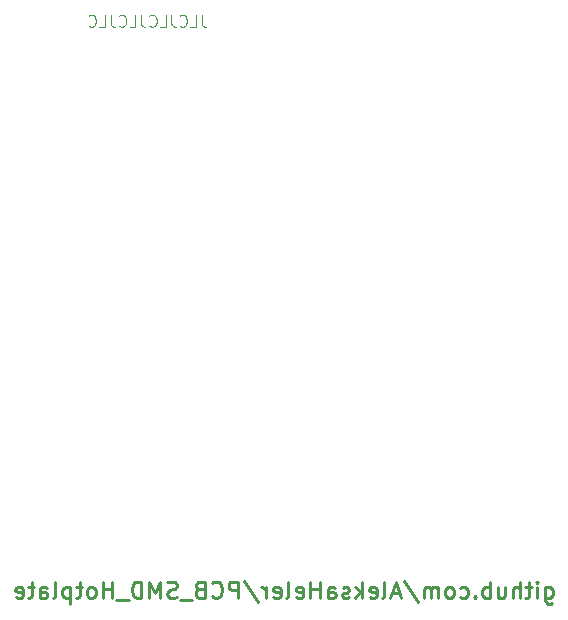
<source format=gbr>
%TF.GenerationSoftware,KiCad,Pcbnew,8.0.1*%
%TF.CreationDate,2024-04-29T10:33:51+02:00*%
%TF.ProjectId,PCB_SMD_Hotplate,5043425f-534d-4445-9f48-6f74706c6174,rev?*%
%TF.SameCoordinates,Original*%
%TF.FileFunction,Legend,Bot*%
%TF.FilePolarity,Positive*%
%FSLAX46Y46*%
G04 Gerber Fmt 4.6, Leading zero omitted, Abs format (unit mm)*
G04 Created by KiCad (PCBNEW 8.0.1) date 2024-04-29 10:33:51*
%MOMM*%
%LPD*%
G01*
G04 APERTURE LIST*
%ADD10C,0.125000*%
%ADD11C,0.280000*%
G04 APERTURE END LIST*
D10*
X138019048Y-63756119D02*
X138019048Y-64470404D01*
X138019048Y-64470404D02*
X138066667Y-64613261D01*
X138066667Y-64613261D02*
X138161905Y-64708500D01*
X138161905Y-64708500D02*
X138304762Y-64756119D01*
X138304762Y-64756119D02*
X138400000Y-64756119D01*
X137066667Y-64756119D02*
X137542857Y-64756119D01*
X137542857Y-64756119D02*
X137542857Y-63756119D01*
X136161905Y-64660880D02*
X136209524Y-64708500D01*
X136209524Y-64708500D02*
X136352381Y-64756119D01*
X136352381Y-64756119D02*
X136447619Y-64756119D01*
X136447619Y-64756119D02*
X136590476Y-64708500D01*
X136590476Y-64708500D02*
X136685714Y-64613261D01*
X136685714Y-64613261D02*
X136733333Y-64518023D01*
X136733333Y-64518023D02*
X136780952Y-64327547D01*
X136780952Y-64327547D02*
X136780952Y-64184690D01*
X136780952Y-64184690D02*
X136733333Y-63994214D01*
X136733333Y-63994214D02*
X136685714Y-63898976D01*
X136685714Y-63898976D02*
X136590476Y-63803738D01*
X136590476Y-63803738D02*
X136447619Y-63756119D01*
X136447619Y-63756119D02*
X136352381Y-63756119D01*
X136352381Y-63756119D02*
X136209524Y-63803738D01*
X136209524Y-63803738D02*
X136161905Y-63851357D01*
X135447619Y-63756119D02*
X135447619Y-64470404D01*
X135447619Y-64470404D02*
X135495238Y-64613261D01*
X135495238Y-64613261D02*
X135590476Y-64708500D01*
X135590476Y-64708500D02*
X135733333Y-64756119D01*
X135733333Y-64756119D02*
X135828571Y-64756119D01*
X134495238Y-64756119D02*
X134971428Y-64756119D01*
X134971428Y-64756119D02*
X134971428Y-63756119D01*
X133590476Y-64660880D02*
X133638095Y-64708500D01*
X133638095Y-64708500D02*
X133780952Y-64756119D01*
X133780952Y-64756119D02*
X133876190Y-64756119D01*
X133876190Y-64756119D02*
X134019047Y-64708500D01*
X134019047Y-64708500D02*
X134114285Y-64613261D01*
X134114285Y-64613261D02*
X134161904Y-64518023D01*
X134161904Y-64518023D02*
X134209523Y-64327547D01*
X134209523Y-64327547D02*
X134209523Y-64184690D01*
X134209523Y-64184690D02*
X134161904Y-63994214D01*
X134161904Y-63994214D02*
X134114285Y-63898976D01*
X134114285Y-63898976D02*
X134019047Y-63803738D01*
X134019047Y-63803738D02*
X133876190Y-63756119D01*
X133876190Y-63756119D02*
X133780952Y-63756119D01*
X133780952Y-63756119D02*
X133638095Y-63803738D01*
X133638095Y-63803738D02*
X133590476Y-63851357D01*
X132876190Y-63756119D02*
X132876190Y-64470404D01*
X132876190Y-64470404D02*
X132923809Y-64613261D01*
X132923809Y-64613261D02*
X133019047Y-64708500D01*
X133019047Y-64708500D02*
X133161904Y-64756119D01*
X133161904Y-64756119D02*
X133257142Y-64756119D01*
X131923809Y-64756119D02*
X132399999Y-64756119D01*
X132399999Y-64756119D02*
X132399999Y-63756119D01*
X131019047Y-64660880D02*
X131066666Y-64708500D01*
X131066666Y-64708500D02*
X131209523Y-64756119D01*
X131209523Y-64756119D02*
X131304761Y-64756119D01*
X131304761Y-64756119D02*
X131447618Y-64708500D01*
X131447618Y-64708500D02*
X131542856Y-64613261D01*
X131542856Y-64613261D02*
X131590475Y-64518023D01*
X131590475Y-64518023D02*
X131638094Y-64327547D01*
X131638094Y-64327547D02*
X131638094Y-64184690D01*
X131638094Y-64184690D02*
X131590475Y-63994214D01*
X131590475Y-63994214D02*
X131542856Y-63898976D01*
X131542856Y-63898976D02*
X131447618Y-63803738D01*
X131447618Y-63803738D02*
X131304761Y-63756119D01*
X131304761Y-63756119D02*
X131209523Y-63756119D01*
X131209523Y-63756119D02*
X131066666Y-63803738D01*
X131066666Y-63803738D02*
X131019047Y-63851357D01*
X130304761Y-63756119D02*
X130304761Y-64470404D01*
X130304761Y-64470404D02*
X130352380Y-64613261D01*
X130352380Y-64613261D02*
X130447618Y-64708500D01*
X130447618Y-64708500D02*
X130590475Y-64756119D01*
X130590475Y-64756119D02*
X130685713Y-64756119D01*
X129352380Y-64756119D02*
X129828570Y-64756119D01*
X129828570Y-64756119D02*
X129828570Y-63756119D01*
X128447618Y-64660880D02*
X128495237Y-64708500D01*
X128495237Y-64708500D02*
X128638094Y-64756119D01*
X128638094Y-64756119D02*
X128733332Y-64756119D01*
X128733332Y-64756119D02*
X128876189Y-64708500D01*
X128876189Y-64708500D02*
X128971427Y-64613261D01*
X128971427Y-64613261D02*
X129019046Y-64518023D01*
X129019046Y-64518023D02*
X129066665Y-64327547D01*
X129066665Y-64327547D02*
X129066665Y-64184690D01*
X129066665Y-64184690D02*
X129019046Y-63994214D01*
X129019046Y-63994214D02*
X128971427Y-63898976D01*
X128971427Y-63898976D02*
X128876189Y-63803738D01*
X128876189Y-63803738D02*
X128733332Y-63756119D01*
X128733332Y-63756119D02*
X128638094Y-63756119D01*
X128638094Y-63756119D02*
X128495237Y-63803738D01*
X128495237Y-63803738D02*
X128447618Y-63851357D01*
D11*
X167100001Y-112199773D02*
X167100001Y-113333106D01*
X167100001Y-113333106D02*
X167166668Y-113466440D01*
X167166668Y-113466440D02*
X167233335Y-113533106D01*
X167233335Y-113533106D02*
X167366668Y-113599773D01*
X167366668Y-113599773D02*
X167566668Y-113599773D01*
X167566668Y-113599773D02*
X167700001Y-113533106D01*
X167100001Y-113066440D02*
X167233335Y-113133106D01*
X167233335Y-113133106D02*
X167500001Y-113133106D01*
X167500001Y-113133106D02*
X167633335Y-113066440D01*
X167633335Y-113066440D02*
X167700001Y-112999773D01*
X167700001Y-112999773D02*
X167766668Y-112866440D01*
X167766668Y-112866440D02*
X167766668Y-112466440D01*
X167766668Y-112466440D02*
X167700001Y-112333106D01*
X167700001Y-112333106D02*
X167633335Y-112266440D01*
X167633335Y-112266440D02*
X167500001Y-112199773D01*
X167500001Y-112199773D02*
X167233335Y-112199773D01*
X167233335Y-112199773D02*
X167100001Y-112266440D01*
X166433334Y-113133106D02*
X166433334Y-112199773D01*
X166433334Y-111733106D02*
X166500001Y-111799773D01*
X166500001Y-111799773D02*
X166433334Y-111866440D01*
X166433334Y-111866440D02*
X166366668Y-111799773D01*
X166366668Y-111799773D02*
X166433334Y-111733106D01*
X166433334Y-111733106D02*
X166433334Y-111866440D01*
X165966667Y-112199773D02*
X165433334Y-112199773D01*
X165766667Y-111733106D02*
X165766667Y-112933106D01*
X165766667Y-112933106D02*
X165700001Y-113066440D01*
X165700001Y-113066440D02*
X165566667Y-113133106D01*
X165566667Y-113133106D02*
X165433334Y-113133106D01*
X164966667Y-113133106D02*
X164966667Y-111733106D01*
X164366667Y-113133106D02*
X164366667Y-112399773D01*
X164366667Y-112399773D02*
X164433334Y-112266440D01*
X164433334Y-112266440D02*
X164566667Y-112199773D01*
X164566667Y-112199773D02*
X164766667Y-112199773D01*
X164766667Y-112199773D02*
X164900001Y-112266440D01*
X164900001Y-112266440D02*
X164966667Y-112333106D01*
X163100000Y-112199773D02*
X163100000Y-113133106D01*
X163700000Y-112199773D02*
X163700000Y-112933106D01*
X163700000Y-112933106D02*
X163633334Y-113066440D01*
X163633334Y-113066440D02*
X163500000Y-113133106D01*
X163500000Y-113133106D02*
X163300000Y-113133106D01*
X163300000Y-113133106D02*
X163166667Y-113066440D01*
X163166667Y-113066440D02*
X163100000Y-112999773D01*
X162433333Y-113133106D02*
X162433333Y-111733106D01*
X162433333Y-112266440D02*
X162300000Y-112199773D01*
X162300000Y-112199773D02*
X162033333Y-112199773D01*
X162033333Y-112199773D02*
X161900000Y-112266440D01*
X161900000Y-112266440D02*
X161833333Y-112333106D01*
X161833333Y-112333106D02*
X161766667Y-112466440D01*
X161766667Y-112466440D02*
X161766667Y-112866440D01*
X161766667Y-112866440D02*
X161833333Y-112999773D01*
X161833333Y-112999773D02*
X161900000Y-113066440D01*
X161900000Y-113066440D02*
X162033333Y-113133106D01*
X162033333Y-113133106D02*
X162300000Y-113133106D01*
X162300000Y-113133106D02*
X162433333Y-113066440D01*
X161166666Y-112999773D02*
X161100000Y-113066440D01*
X161100000Y-113066440D02*
X161166666Y-113133106D01*
X161166666Y-113133106D02*
X161233333Y-113066440D01*
X161233333Y-113066440D02*
X161166666Y-112999773D01*
X161166666Y-112999773D02*
X161166666Y-113133106D01*
X159899999Y-113066440D02*
X160033333Y-113133106D01*
X160033333Y-113133106D02*
X160299999Y-113133106D01*
X160299999Y-113133106D02*
X160433333Y-113066440D01*
X160433333Y-113066440D02*
X160499999Y-112999773D01*
X160499999Y-112999773D02*
X160566666Y-112866440D01*
X160566666Y-112866440D02*
X160566666Y-112466440D01*
X160566666Y-112466440D02*
X160499999Y-112333106D01*
X160499999Y-112333106D02*
X160433333Y-112266440D01*
X160433333Y-112266440D02*
X160299999Y-112199773D01*
X160299999Y-112199773D02*
X160033333Y-112199773D01*
X160033333Y-112199773D02*
X159899999Y-112266440D01*
X159099999Y-113133106D02*
X159233333Y-113066440D01*
X159233333Y-113066440D02*
X159299999Y-112999773D01*
X159299999Y-112999773D02*
X159366666Y-112866440D01*
X159366666Y-112866440D02*
X159366666Y-112466440D01*
X159366666Y-112466440D02*
X159299999Y-112333106D01*
X159299999Y-112333106D02*
X159233333Y-112266440D01*
X159233333Y-112266440D02*
X159099999Y-112199773D01*
X159099999Y-112199773D02*
X158899999Y-112199773D01*
X158899999Y-112199773D02*
X158766666Y-112266440D01*
X158766666Y-112266440D02*
X158699999Y-112333106D01*
X158699999Y-112333106D02*
X158633333Y-112466440D01*
X158633333Y-112466440D02*
X158633333Y-112866440D01*
X158633333Y-112866440D02*
X158699999Y-112999773D01*
X158699999Y-112999773D02*
X158766666Y-113066440D01*
X158766666Y-113066440D02*
X158899999Y-113133106D01*
X158899999Y-113133106D02*
X159099999Y-113133106D01*
X158033332Y-113133106D02*
X158033332Y-112199773D01*
X158033332Y-112333106D02*
X157966666Y-112266440D01*
X157966666Y-112266440D02*
X157833332Y-112199773D01*
X157833332Y-112199773D02*
X157633332Y-112199773D01*
X157633332Y-112199773D02*
X157499999Y-112266440D01*
X157499999Y-112266440D02*
X157433332Y-112399773D01*
X157433332Y-112399773D02*
X157433332Y-113133106D01*
X157433332Y-112399773D02*
X157366666Y-112266440D01*
X157366666Y-112266440D02*
X157233332Y-112199773D01*
X157233332Y-112199773D02*
X157033332Y-112199773D01*
X157033332Y-112199773D02*
X156899999Y-112266440D01*
X156899999Y-112266440D02*
X156833332Y-112399773D01*
X156833332Y-112399773D02*
X156833332Y-113133106D01*
X155166665Y-111666440D02*
X156366665Y-113466440D01*
X154766665Y-112733106D02*
X154099998Y-112733106D01*
X154899998Y-113133106D02*
X154433332Y-111733106D01*
X154433332Y-111733106D02*
X153966665Y-113133106D01*
X153299998Y-113133106D02*
X153433332Y-113066440D01*
X153433332Y-113066440D02*
X153499998Y-112933106D01*
X153499998Y-112933106D02*
X153499998Y-111733106D01*
X152233332Y-113066440D02*
X152366665Y-113133106D01*
X152366665Y-113133106D02*
X152633332Y-113133106D01*
X152633332Y-113133106D02*
X152766665Y-113066440D01*
X152766665Y-113066440D02*
X152833332Y-112933106D01*
X152833332Y-112933106D02*
X152833332Y-112399773D01*
X152833332Y-112399773D02*
X152766665Y-112266440D01*
X152766665Y-112266440D02*
X152633332Y-112199773D01*
X152633332Y-112199773D02*
X152366665Y-112199773D01*
X152366665Y-112199773D02*
X152233332Y-112266440D01*
X152233332Y-112266440D02*
X152166665Y-112399773D01*
X152166665Y-112399773D02*
X152166665Y-112533106D01*
X152166665Y-112533106D02*
X152833332Y-112666440D01*
X151566665Y-113133106D02*
X151566665Y-111733106D01*
X151433332Y-112599773D02*
X151033332Y-113133106D01*
X151033332Y-112199773D02*
X151566665Y-112733106D01*
X150499999Y-113066440D02*
X150366666Y-113133106D01*
X150366666Y-113133106D02*
X150099999Y-113133106D01*
X150099999Y-113133106D02*
X149966666Y-113066440D01*
X149966666Y-113066440D02*
X149899999Y-112933106D01*
X149899999Y-112933106D02*
X149899999Y-112866440D01*
X149899999Y-112866440D02*
X149966666Y-112733106D01*
X149966666Y-112733106D02*
X150099999Y-112666440D01*
X150099999Y-112666440D02*
X150299999Y-112666440D01*
X150299999Y-112666440D02*
X150433332Y-112599773D01*
X150433332Y-112599773D02*
X150499999Y-112466440D01*
X150499999Y-112466440D02*
X150499999Y-112399773D01*
X150499999Y-112399773D02*
X150433332Y-112266440D01*
X150433332Y-112266440D02*
X150299999Y-112199773D01*
X150299999Y-112199773D02*
X150099999Y-112199773D01*
X150099999Y-112199773D02*
X149966666Y-112266440D01*
X148699999Y-113133106D02*
X148699999Y-112399773D01*
X148699999Y-112399773D02*
X148766666Y-112266440D01*
X148766666Y-112266440D02*
X148899999Y-112199773D01*
X148899999Y-112199773D02*
X149166666Y-112199773D01*
X149166666Y-112199773D02*
X149299999Y-112266440D01*
X148699999Y-113066440D02*
X148833333Y-113133106D01*
X148833333Y-113133106D02*
X149166666Y-113133106D01*
X149166666Y-113133106D02*
X149299999Y-113066440D01*
X149299999Y-113066440D02*
X149366666Y-112933106D01*
X149366666Y-112933106D02*
X149366666Y-112799773D01*
X149366666Y-112799773D02*
X149299999Y-112666440D01*
X149299999Y-112666440D02*
X149166666Y-112599773D01*
X149166666Y-112599773D02*
X148833333Y-112599773D01*
X148833333Y-112599773D02*
X148699999Y-112533106D01*
X148033332Y-113133106D02*
X148033332Y-111733106D01*
X148033332Y-112399773D02*
X147233332Y-112399773D01*
X147233332Y-113133106D02*
X147233332Y-111733106D01*
X146033332Y-113066440D02*
X146166665Y-113133106D01*
X146166665Y-113133106D02*
X146433332Y-113133106D01*
X146433332Y-113133106D02*
X146566665Y-113066440D01*
X146566665Y-113066440D02*
X146633332Y-112933106D01*
X146633332Y-112933106D02*
X146633332Y-112399773D01*
X146633332Y-112399773D02*
X146566665Y-112266440D01*
X146566665Y-112266440D02*
X146433332Y-112199773D01*
X146433332Y-112199773D02*
X146166665Y-112199773D01*
X146166665Y-112199773D02*
X146033332Y-112266440D01*
X146033332Y-112266440D02*
X145966665Y-112399773D01*
X145966665Y-112399773D02*
X145966665Y-112533106D01*
X145966665Y-112533106D02*
X146633332Y-112666440D01*
X145166665Y-113133106D02*
X145299999Y-113066440D01*
X145299999Y-113066440D02*
X145366665Y-112933106D01*
X145366665Y-112933106D02*
X145366665Y-111733106D01*
X144099999Y-113066440D02*
X144233332Y-113133106D01*
X144233332Y-113133106D02*
X144499999Y-113133106D01*
X144499999Y-113133106D02*
X144633332Y-113066440D01*
X144633332Y-113066440D02*
X144699999Y-112933106D01*
X144699999Y-112933106D02*
X144699999Y-112399773D01*
X144699999Y-112399773D02*
X144633332Y-112266440D01*
X144633332Y-112266440D02*
X144499999Y-112199773D01*
X144499999Y-112199773D02*
X144233332Y-112199773D01*
X144233332Y-112199773D02*
X144099999Y-112266440D01*
X144099999Y-112266440D02*
X144033332Y-112399773D01*
X144033332Y-112399773D02*
X144033332Y-112533106D01*
X144033332Y-112533106D02*
X144699999Y-112666440D01*
X143433332Y-113133106D02*
X143433332Y-112199773D01*
X143433332Y-112466440D02*
X143366666Y-112333106D01*
X143366666Y-112333106D02*
X143299999Y-112266440D01*
X143299999Y-112266440D02*
X143166666Y-112199773D01*
X143166666Y-112199773D02*
X143033332Y-112199773D01*
X141566665Y-111666440D02*
X142766665Y-113466440D01*
X141099998Y-113133106D02*
X141099998Y-111733106D01*
X141099998Y-111733106D02*
X140566665Y-111733106D01*
X140566665Y-111733106D02*
X140433332Y-111799773D01*
X140433332Y-111799773D02*
X140366665Y-111866440D01*
X140366665Y-111866440D02*
X140299998Y-111999773D01*
X140299998Y-111999773D02*
X140299998Y-112199773D01*
X140299998Y-112199773D02*
X140366665Y-112333106D01*
X140366665Y-112333106D02*
X140433332Y-112399773D01*
X140433332Y-112399773D02*
X140566665Y-112466440D01*
X140566665Y-112466440D02*
X141099998Y-112466440D01*
X138899998Y-112999773D02*
X138966665Y-113066440D01*
X138966665Y-113066440D02*
X139166665Y-113133106D01*
X139166665Y-113133106D02*
X139299998Y-113133106D01*
X139299998Y-113133106D02*
X139499998Y-113066440D01*
X139499998Y-113066440D02*
X139633332Y-112933106D01*
X139633332Y-112933106D02*
X139699998Y-112799773D01*
X139699998Y-112799773D02*
X139766665Y-112533106D01*
X139766665Y-112533106D02*
X139766665Y-112333106D01*
X139766665Y-112333106D02*
X139699998Y-112066440D01*
X139699998Y-112066440D02*
X139633332Y-111933106D01*
X139633332Y-111933106D02*
X139499998Y-111799773D01*
X139499998Y-111799773D02*
X139299998Y-111733106D01*
X139299998Y-111733106D02*
X139166665Y-111733106D01*
X139166665Y-111733106D02*
X138966665Y-111799773D01*
X138966665Y-111799773D02*
X138899998Y-111866440D01*
X137833332Y-112399773D02*
X137633332Y-112466440D01*
X137633332Y-112466440D02*
X137566665Y-112533106D01*
X137566665Y-112533106D02*
X137499998Y-112666440D01*
X137499998Y-112666440D02*
X137499998Y-112866440D01*
X137499998Y-112866440D02*
X137566665Y-112999773D01*
X137566665Y-112999773D02*
X137633332Y-113066440D01*
X137633332Y-113066440D02*
X137766665Y-113133106D01*
X137766665Y-113133106D02*
X138299998Y-113133106D01*
X138299998Y-113133106D02*
X138299998Y-111733106D01*
X138299998Y-111733106D02*
X137833332Y-111733106D01*
X137833332Y-111733106D02*
X137699998Y-111799773D01*
X137699998Y-111799773D02*
X137633332Y-111866440D01*
X137633332Y-111866440D02*
X137566665Y-111999773D01*
X137566665Y-111999773D02*
X137566665Y-112133106D01*
X137566665Y-112133106D02*
X137633332Y-112266440D01*
X137633332Y-112266440D02*
X137699998Y-112333106D01*
X137699998Y-112333106D02*
X137833332Y-112399773D01*
X137833332Y-112399773D02*
X138299998Y-112399773D01*
X137233332Y-113266440D02*
X136166665Y-113266440D01*
X135899998Y-113066440D02*
X135699998Y-113133106D01*
X135699998Y-113133106D02*
X135366665Y-113133106D01*
X135366665Y-113133106D02*
X135233331Y-113066440D01*
X135233331Y-113066440D02*
X135166665Y-112999773D01*
X135166665Y-112999773D02*
X135099998Y-112866440D01*
X135099998Y-112866440D02*
X135099998Y-112733106D01*
X135099998Y-112733106D02*
X135166665Y-112599773D01*
X135166665Y-112599773D02*
X135233331Y-112533106D01*
X135233331Y-112533106D02*
X135366665Y-112466440D01*
X135366665Y-112466440D02*
X135633331Y-112399773D01*
X135633331Y-112399773D02*
X135766665Y-112333106D01*
X135766665Y-112333106D02*
X135833331Y-112266440D01*
X135833331Y-112266440D02*
X135899998Y-112133106D01*
X135899998Y-112133106D02*
X135899998Y-111999773D01*
X135899998Y-111999773D02*
X135833331Y-111866440D01*
X135833331Y-111866440D02*
X135766665Y-111799773D01*
X135766665Y-111799773D02*
X135633331Y-111733106D01*
X135633331Y-111733106D02*
X135299998Y-111733106D01*
X135299998Y-111733106D02*
X135099998Y-111799773D01*
X134499998Y-113133106D02*
X134499998Y-111733106D01*
X134499998Y-111733106D02*
X134033332Y-112733106D01*
X134033332Y-112733106D02*
X133566665Y-111733106D01*
X133566665Y-111733106D02*
X133566665Y-113133106D01*
X132899998Y-113133106D02*
X132899998Y-111733106D01*
X132899998Y-111733106D02*
X132566665Y-111733106D01*
X132566665Y-111733106D02*
X132366665Y-111799773D01*
X132366665Y-111799773D02*
X132233332Y-111933106D01*
X132233332Y-111933106D02*
X132166665Y-112066440D01*
X132166665Y-112066440D02*
X132099998Y-112333106D01*
X132099998Y-112333106D02*
X132099998Y-112533106D01*
X132099998Y-112533106D02*
X132166665Y-112799773D01*
X132166665Y-112799773D02*
X132233332Y-112933106D01*
X132233332Y-112933106D02*
X132366665Y-113066440D01*
X132366665Y-113066440D02*
X132566665Y-113133106D01*
X132566665Y-113133106D02*
X132899998Y-113133106D01*
X131833332Y-113266440D02*
X130766665Y-113266440D01*
X130433331Y-113133106D02*
X130433331Y-111733106D01*
X130433331Y-112399773D02*
X129633331Y-112399773D01*
X129633331Y-113133106D02*
X129633331Y-111733106D01*
X128766664Y-113133106D02*
X128899998Y-113066440D01*
X128899998Y-113066440D02*
X128966664Y-112999773D01*
X128966664Y-112999773D02*
X129033331Y-112866440D01*
X129033331Y-112866440D02*
X129033331Y-112466440D01*
X129033331Y-112466440D02*
X128966664Y-112333106D01*
X128966664Y-112333106D02*
X128899998Y-112266440D01*
X128899998Y-112266440D02*
X128766664Y-112199773D01*
X128766664Y-112199773D02*
X128566664Y-112199773D01*
X128566664Y-112199773D02*
X128433331Y-112266440D01*
X128433331Y-112266440D02*
X128366664Y-112333106D01*
X128366664Y-112333106D02*
X128299998Y-112466440D01*
X128299998Y-112466440D02*
X128299998Y-112866440D01*
X128299998Y-112866440D02*
X128366664Y-112999773D01*
X128366664Y-112999773D02*
X128433331Y-113066440D01*
X128433331Y-113066440D02*
X128566664Y-113133106D01*
X128566664Y-113133106D02*
X128766664Y-113133106D01*
X127899997Y-112199773D02*
X127366664Y-112199773D01*
X127699997Y-111733106D02*
X127699997Y-112933106D01*
X127699997Y-112933106D02*
X127633331Y-113066440D01*
X127633331Y-113066440D02*
X127499997Y-113133106D01*
X127499997Y-113133106D02*
X127366664Y-113133106D01*
X126899997Y-112199773D02*
X126899997Y-113599773D01*
X126899997Y-112266440D02*
X126766664Y-112199773D01*
X126766664Y-112199773D02*
X126499997Y-112199773D01*
X126499997Y-112199773D02*
X126366664Y-112266440D01*
X126366664Y-112266440D02*
X126299997Y-112333106D01*
X126299997Y-112333106D02*
X126233331Y-112466440D01*
X126233331Y-112466440D02*
X126233331Y-112866440D01*
X126233331Y-112866440D02*
X126299997Y-112999773D01*
X126299997Y-112999773D02*
X126366664Y-113066440D01*
X126366664Y-113066440D02*
X126499997Y-113133106D01*
X126499997Y-113133106D02*
X126766664Y-113133106D01*
X126766664Y-113133106D02*
X126899997Y-113066440D01*
X125433330Y-113133106D02*
X125566664Y-113066440D01*
X125566664Y-113066440D02*
X125633330Y-112933106D01*
X125633330Y-112933106D02*
X125633330Y-111733106D01*
X124299997Y-113133106D02*
X124299997Y-112399773D01*
X124299997Y-112399773D02*
X124366664Y-112266440D01*
X124366664Y-112266440D02*
X124499997Y-112199773D01*
X124499997Y-112199773D02*
X124766664Y-112199773D01*
X124766664Y-112199773D02*
X124899997Y-112266440D01*
X124299997Y-113066440D02*
X124433331Y-113133106D01*
X124433331Y-113133106D02*
X124766664Y-113133106D01*
X124766664Y-113133106D02*
X124899997Y-113066440D01*
X124899997Y-113066440D02*
X124966664Y-112933106D01*
X124966664Y-112933106D02*
X124966664Y-112799773D01*
X124966664Y-112799773D02*
X124899997Y-112666440D01*
X124899997Y-112666440D02*
X124766664Y-112599773D01*
X124766664Y-112599773D02*
X124433331Y-112599773D01*
X124433331Y-112599773D02*
X124299997Y-112533106D01*
X123833330Y-112199773D02*
X123299997Y-112199773D01*
X123633330Y-111733106D02*
X123633330Y-112933106D01*
X123633330Y-112933106D02*
X123566664Y-113066440D01*
X123566664Y-113066440D02*
X123433330Y-113133106D01*
X123433330Y-113133106D02*
X123299997Y-113133106D01*
X122299997Y-113066440D02*
X122433330Y-113133106D01*
X122433330Y-113133106D02*
X122699997Y-113133106D01*
X122699997Y-113133106D02*
X122833330Y-113066440D01*
X122833330Y-113066440D02*
X122899997Y-112933106D01*
X122899997Y-112933106D02*
X122899997Y-112399773D01*
X122899997Y-112399773D02*
X122833330Y-112266440D01*
X122833330Y-112266440D02*
X122699997Y-112199773D01*
X122699997Y-112199773D02*
X122433330Y-112199773D01*
X122433330Y-112199773D02*
X122299997Y-112266440D01*
X122299997Y-112266440D02*
X122233330Y-112399773D01*
X122233330Y-112399773D02*
X122233330Y-112533106D01*
X122233330Y-112533106D02*
X122899997Y-112666440D01*
M02*

</source>
